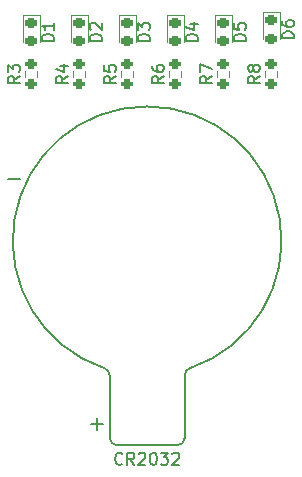
<source format=gto>
G04 #@! TF.GenerationSoftware,KiCad,Pcbnew,7.0.2*
G04 #@! TF.CreationDate,2024-10-17T18:39:25+08:00*
G04 #@! TF.ProjectId,blinker,626c696e-6b65-4722-9e6b-696361645f70,rev?*
G04 #@! TF.SameCoordinates,Original*
G04 #@! TF.FileFunction,Legend,Top*
G04 #@! TF.FilePolarity,Positive*
%FSLAX46Y46*%
G04 Gerber Fmt 4.6, Leading zero omitted, Abs format (unit mm)*
G04 Created by KiCad (PCBNEW 7.0.2) date 2024-10-17 18:39:25*
%MOMM*%
%LPD*%
G01*
G04 APERTURE LIST*
G04 Aperture macros list*
%AMRoundRect*
0 Rectangle with rounded corners*
0 $1 Rounding radius*
0 $2 $3 $4 $5 $6 $7 $8 $9 X,Y pos of 4 corners*
0 Add a 4 corners polygon primitive as box body*
4,1,4,$2,$3,$4,$5,$6,$7,$8,$9,$2,$3,0*
0 Add four circle primitives for the rounded corners*
1,1,$1+$1,$2,$3*
1,1,$1+$1,$4,$5*
1,1,$1+$1,$6,$7*
1,1,$1+$1,$8,$9*
0 Add four rect primitives between the rounded corners*
20,1,$1+$1,$2,$3,$4,$5,0*
20,1,$1+$1,$4,$5,$6,$7,0*
20,1,$1+$1,$6,$7,$8,$9,0*
20,1,$1+$1,$8,$9,$2,$3,0*%
G04 Aperture macros list end*
%ADD10C,0.150000*%
%ADD11C,0.120000*%
%ADD12C,0.127000*%
%ADD13RoundRect,0.218750X-0.256250X0.218750X-0.256250X-0.218750X0.256250X-0.218750X0.256250X0.218750X0*%
%ADD14C,2.484000*%
%ADD15RoundRect,0.200000X0.275000X-0.200000X0.275000X0.200000X-0.275000X0.200000X-0.275000X-0.200000X0*%
G04 APERTURE END LIST*
D10*
X66408619Y-21845594D02*
X65408619Y-21845594D01*
X65408619Y-21845594D02*
X65408619Y-21607499D01*
X65408619Y-21607499D02*
X65456238Y-21464642D01*
X65456238Y-21464642D02*
X65551476Y-21369404D01*
X65551476Y-21369404D02*
X65646714Y-21321785D01*
X65646714Y-21321785D02*
X65837190Y-21274166D01*
X65837190Y-21274166D02*
X65980047Y-21274166D01*
X65980047Y-21274166D02*
X66170523Y-21321785D01*
X66170523Y-21321785D02*
X66265761Y-21369404D01*
X66265761Y-21369404D02*
X66361000Y-21464642D01*
X66361000Y-21464642D02*
X66408619Y-21607499D01*
X66408619Y-21607499D02*
X66408619Y-21845594D01*
X65408619Y-20417023D02*
X65408619Y-20607499D01*
X65408619Y-20607499D02*
X65456238Y-20702737D01*
X65456238Y-20702737D02*
X65503857Y-20750356D01*
X65503857Y-20750356D02*
X65646714Y-20845594D01*
X65646714Y-20845594D02*
X65837190Y-20893213D01*
X65837190Y-20893213D02*
X66218142Y-20893213D01*
X66218142Y-20893213D02*
X66313380Y-20845594D01*
X66313380Y-20845594D02*
X66361000Y-20797975D01*
X66361000Y-20797975D02*
X66408619Y-20702737D01*
X66408619Y-20702737D02*
X66408619Y-20512261D01*
X66408619Y-20512261D02*
X66361000Y-20417023D01*
X66361000Y-20417023D02*
X66313380Y-20369404D01*
X66313380Y-20369404D02*
X66218142Y-20321785D01*
X66218142Y-20321785D02*
X65980047Y-20321785D01*
X65980047Y-20321785D02*
X65884809Y-20369404D01*
X65884809Y-20369404D02*
X65837190Y-20417023D01*
X65837190Y-20417023D02*
X65789571Y-20512261D01*
X65789571Y-20512261D02*
X65789571Y-20702737D01*
X65789571Y-20702737D02*
X65837190Y-20797975D01*
X65837190Y-20797975D02*
X65884809Y-20845594D01*
X65884809Y-20845594D02*
X65980047Y-20893213D01*
X62344619Y-22074094D02*
X61344619Y-22074094D01*
X61344619Y-22074094D02*
X61344619Y-21835999D01*
X61344619Y-21835999D02*
X61392238Y-21693142D01*
X61392238Y-21693142D02*
X61487476Y-21597904D01*
X61487476Y-21597904D02*
X61582714Y-21550285D01*
X61582714Y-21550285D02*
X61773190Y-21502666D01*
X61773190Y-21502666D02*
X61916047Y-21502666D01*
X61916047Y-21502666D02*
X62106523Y-21550285D01*
X62106523Y-21550285D02*
X62201761Y-21597904D01*
X62201761Y-21597904D02*
X62297000Y-21693142D01*
X62297000Y-21693142D02*
X62344619Y-21835999D01*
X62344619Y-21835999D02*
X62344619Y-22074094D01*
X61344619Y-20597904D02*
X61344619Y-21074094D01*
X61344619Y-21074094D02*
X61820809Y-21121713D01*
X61820809Y-21121713D02*
X61773190Y-21074094D01*
X61773190Y-21074094D02*
X61725571Y-20978856D01*
X61725571Y-20978856D02*
X61725571Y-20740761D01*
X61725571Y-20740761D02*
X61773190Y-20645523D01*
X61773190Y-20645523D02*
X61820809Y-20597904D01*
X61820809Y-20597904D02*
X61916047Y-20550285D01*
X61916047Y-20550285D02*
X62154142Y-20550285D01*
X62154142Y-20550285D02*
X62249380Y-20597904D01*
X62249380Y-20597904D02*
X62297000Y-20645523D01*
X62297000Y-20645523D02*
X62344619Y-20740761D01*
X62344619Y-20740761D02*
X62344619Y-20978856D01*
X62344619Y-20978856D02*
X62297000Y-21074094D01*
X62297000Y-21074094D02*
X62249380Y-21121713D01*
X58280619Y-22074094D02*
X57280619Y-22074094D01*
X57280619Y-22074094D02*
X57280619Y-21835999D01*
X57280619Y-21835999D02*
X57328238Y-21693142D01*
X57328238Y-21693142D02*
X57423476Y-21597904D01*
X57423476Y-21597904D02*
X57518714Y-21550285D01*
X57518714Y-21550285D02*
X57709190Y-21502666D01*
X57709190Y-21502666D02*
X57852047Y-21502666D01*
X57852047Y-21502666D02*
X58042523Y-21550285D01*
X58042523Y-21550285D02*
X58137761Y-21597904D01*
X58137761Y-21597904D02*
X58233000Y-21693142D01*
X58233000Y-21693142D02*
X58280619Y-21835999D01*
X58280619Y-21835999D02*
X58280619Y-22074094D01*
X57613952Y-20645523D02*
X58280619Y-20645523D01*
X57233000Y-20883618D02*
X57947285Y-21121713D01*
X57947285Y-21121713D02*
X57947285Y-20502666D01*
X54216619Y-22074094D02*
X53216619Y-22074094D01*
X53216619Y-22074094D02*
X53216619Y-21835999D01*
X53216619Y-21835999D02*
X53264238Y-21693142D01*
X53264238Y-21693142D02*
X53359476Y-21597904D01*
X53359476Y-21597904D02*
X53454714Y-21550285D01*
X53454714Y-21550285D02*
X53645190Y-21502666D01*
X53645190Y-21502666D02*
X53788047Y-21502666D01*
X53788047Y-21502666D02*
X53978523Y-21550285D01*
X53978523Y-21550285D02*
X54073761Y-21597904D01*
X54073761Y-21597904D02*
X54169000Y-21693142D01*
X54169000Y-21693142D02*
X54216619Y-21835999D01*
X54216619Y-21835999D02*
X54216619Y-22074094D01*
X53216619Y-21169332D02*
X53216619Y-20550285D01*
X53216619Y-20550285D02*
X53597571Y-20883618D01*
X53597571Y-20883618D02*
X53597571Y-20740761D01*
X53597571Y-20740761D02*
X53645190Y-20645523D01*
X53645190Y-20645523D02*
X53692809Y-20597904D01*
X53692809Y-20597904D02*
X53788047Y-20550285D01*
X53788047Y-20550285D02*
X54026142Y-20550285D01*
X54026142Y-20550285D02*
X54121380Y-20597904D01*
X54121380Y-20597904D02*
X54169000Y-20645523D01*
X54169000Y-20645523D02*
X54216619Y-20740761D01*
X54216619Y-20740761D02*
X54216619Y-21026475D01*
X54216619Y-21026475D02*
X54169000Y-21121713D01*
X54169000Y-21121713D02*
X54121380Y-21169332D01*
X50152619Y-22074094D02*
X49152619Y-22074094D01*
X49152619Y-22074094D02*
X49152619Y-21835999D01*
X49152619Y-21835999D02*
X49200238Y-21693142D01*
X49200238Y-21693142D02*
X49295476Y-21597904D01*
X49295476Y-21597904D02*
X49390714Y-21550285D01*
X49390714Y-21550285D02*
X49581190Y-21502666D01*
X49581190Y-21502666D02*
X49724047Y-21502666D01*
X49724047Y-21502666D02*
X49914523Y-21550285D01*
X49914523Y-21550285D02*
X50009761Y-21597904D01*
X50009761Y-21597904D02*
X50105000Y-21693142D01*
X50105000Y-21693142D02*
X50152619Y-21835999D01*
X50152619Y-21835999D02*
X50152619Y-22074094D01*
X49247857Y-21121713D02*
X49200238Y-21074094D01*
X49200238Y-21074094D02*
X49152619Y-20978856D01*
X49152619Y-20978856D02*
X49152619Y-20740761D01*
X49152619Y-20740761D02*
X49200238Y-20645523D01*
X49200238Y-20645523D02*
X49247857Y-20597904D01*
X49247857Y-20597904D02*
X49343095Y-20550285D01*
X49343095Y-20550285D02*
X49438333Y-20550285D01*
X49438333Y-20550285D02*
X49581190Y-20597904D01*
X49581190Y-20597904D02*
X50152619Y-21169332D01*
X50152619Y-21169332D02*
X50152619Y-20550285D01*
X51904761Y-57867380D02*
X51857142Y-57915000D01*
X51857142Y-57915000D02*
X51714285Y-57962619D01*
X51714285Y-57962619D02*
X51619047Y-57962619D01*
X51619047Y-57962619D02*
X51476190Y-57915000D01*
X51476190Y-57915000D02*
X51380952Y-57819761D01*
X51380952Y-57819761D02*
X51333333Y-57724523D01*
X51333333Y-57724523D02*
X51285714Y-57534047D01*
X51285714Y-57534047D02*
X51285714Y-57391190D01*
X51285714Y-57391190D02*
X51333333Y-57200714D01*
X51333333Y-57200714D02*
X51380952Y-57105476D01*
X51380952Y-57105476D02*
X51476190Y-57010238D01*
X51476190Y-57010238D02*
X51619047Y-56962619D01*
X51619047Y-56962619D02*
X51714285Y-56962619D01*
X51714285Y-56962619D02*
X51857142Y-57010238D01*
X51857142Y-57010238D02*
X51904761Y-57057857D01*
X52904761Y-57962619D02*
X52571428Y-57486428D01*
X52333333Y-57962619D02*
X52333333Y-56962619D01*
X52333333Y-56962619D02*
X52714285Y-56962619D01*
X52714285Y-56962619D02*
X52809523Y-57010238D01*
X52809523Y-57010238D02*
X52857142Y-57057857D01*
X52857142Y-57057857D02*
X52904761Y-57153095D01*
X52904761Y-57153095D02*
X52904761Y-57295952D01*
X52904761Y-57295952D02*
X52857142Y-57391190D01*
X52857142Y-57391190D02*
X52809523Y-57438809D01*
X52809523Y-57438809D02*
X52714285Y-57486428D01*
X52714285Y-57486428D02*
X52333333Y-57486428D01*
X53285714Y-57057857D02*
X53333333Y-57010238D01*
X53333333Y-57010238D02*
X53428571Y-56962619D01*
X53428571Y-56962619D02*
X53666666Y-56962619D01*
X53666666Y-56962619D02*
X53761904Y-57010238D01*
X53761904Y-57010238D02*
X53809523Y-57057857D01*
X53809523Y-57057857D02*
X53857142Y-57153095D01*
X53857142Y-57153095D02*
X53857142Y-57248333D01*
X53857142Y-57248333D02*
X53809523Y-57391190D01*
X53809523Y-57391190D02*
X53238095Y-57962619D01*
X53238095Y-57962619D02*
X53857142Y-57962619D01*
X54476190Y-56962619D02*
X54571428Y-56962619D01*
X54571428Y-56962619D02*
X54666666Y-57010238D01*
X54666666Y-57010238D02*
X54714285Y-57057857D01*
X54714285Y-57057857D02*
X54761904Y-57153095D01*
X54761904Y-57153095D02*
X54809523Y-57343571D01*
X54809523Y-57343571D02*
X54809523Y-57581666D01*
X54809523Y-57581666D02*
X54761904Y-57772142D01*
X54761904Y-57772142D02*
X54714285Y-57867380D01*
X54714285Y-57867380D02*
X54666666Y-57915000D01*
X54666666Y-57915000D02*
X54571428Y-57962619D01*
X54571428Y-57962619D02*
X54476190Y-57962619D01*
X54476190Y-57962619D02*
X54380952Y-57915000D01*
X54380952Y-57915000D02*
X54333333Y-57867380D01*
X54333333Y-57867380D02*
X54285714Y-57772142D01*
X54285714Y-57772142D02*
X54238095Y-57581666D01*
X54238095Y-57581666D02*
X54238095Y-57343571D01*
X54238095Y-57343571D02*
X54285714Y-57153095D01*
X54285714Y-57153095D02*
X54333333Y-57057857D01*
X54333333Y-57057857D02*
X54380952Y-57010238D01*
X54380952Y-57010238D02*
X54476190Y-56962619D01*
X55142857Y-56962619D02*
X55761904Y-56962619D01*
X55761904Y-56962619D02*
X55428571Y-57343571D01*
X55428571Y-57343571D02*
X55571428Y-57343571D01*
X55571428Y-57343571D02*
X55666666Y-57391190D01*
X55666666Y-57391190D02*
X55714285Y-57438809D01*
X55714285Y-57438809D02*
X55761904Y-57534047D01*
X55761904Y-57534047D02*
X55761904Y-57772142D01*
X55761904Y-57772142D02*
X55714285Y-57867380D01*
X55714285Y-57867380D02*
X55666666Y-57915000D01*
X55666666Y-57915000D02*
X55571428Y-57962619D01*
X55571428Y-57962619D02*
X55285714Y-57962619D01*
X55285714Y-57962619D02*
X55190476Y-57915000D01*
X55190476Y-57915000D02*
X55142857Y-57867380D01*
X56142857Y-57057857D02*
X56190476Y-57010238D01*
X56190476Y-57010238D02*
X56285714Y-56962619D01*
X56285714Y-56962619D02*
X56523809Y-56962619D01*
X56523809Y-56962619D02*
X56619047Y-57010238D01*
X56619047Y-57010238D02*
X56666666Y-57057857D01*
X56666666Y-57057857D02*
X56714285Y-57153095D01*
X56714285Y-57153095D02*
X56714285Y-57248333D01*
X56714285Y-57248333D02*
X56666666Y-57391190D01*
X56666666Y-57391190D02*
X56095238Y-57962619D01*
X56095238Y-57962619D02*
X56714285Y-57962619D01*
X63548619Y-25058666D02*
X63072428Y-25391999D01*
X63548619Y-25630094D02*
X62548619Y-25630094D01*
X62548619Y-25630094D02*
X62548619Y-25249142D01*
X62548619Y-25249142D02*
X62596238Y-25153904D01*
X62596238Y-25153904D02*
X62643857Y-25106285D01*
X62643857Y-25106285D02*
X62739095Y-25058666D01*
X62739095Y-25058666D02*
X62881952Y-25058666D01*
X62881952Y-25058666D02*
X62977190Y-25106285D01*
X62977190Y-25106285D02*
X63024809Y-25153904D01*
X63024809Y-25153904D02*
X63072428Y-25249142D01*
X63072428Y-25249142D02*
X63072428Y-25630094D01*
X62977190Y-24487237D02*
X62929571Y-24582475D01*
X62929571Y-24582475D02*
X62881952Y-24630094D01*
X62881952Y-24630094D02*
X62786714Y-24677713D01*
X62786714Y-24677713D02*
X62739095Y-24677713D01*
X62739095Y-24677713D02*
X62643857Y-24630094D01*
X62643857Y-24630094D02*
X62596238Y-24582475D01*
X62596238Y-24582475D02*
X62548619Y-24487237D01*
X62548619Y-24487237D02*
X62548619Y-24296761D01*
X62548619Y-24296761D02*
X62596238Y-24201523D01*
X62596238Y-24201523D02*
X62643857Y-24153904D01*
X62643857Y-24153904D02*
X62739095Y-24106285D01*
X62739095Y-24106285D02*
X62786714Y-24106285D01*
X62786714Y-24106285D02*
X62881952Y-24153904D01*
X62881952Y-24153904D02*
X62929571Y-24201523D01*
X62929571Y-24201523D02*
X62977190Y-24296761D01*
X62977190Y-24296761D02*
X62977190Y-24487237D01*
X62977190Y-24487237D02*
X63024809Y-24582475D01*
X63024809Y-24582475D02*
X63072428Y-24630094D01*
X63072428Y-24630094D02*
X63167666Y-24677713D01*
X63167666Y-24677713D02*
X63358142Y-24677713D01*
X63358142Y-24677713D02*
X63453380Y-24630094D01*
X63453380Y-24630094D02*
X63501000Y-24582475D01*
X63501000Y-24582475D02*
X63548619Y-24487237D01*
X63548619Y-24487237D02*
X63548619Y-24296761D01*
X63548619Y-24296761D02*
X63501000Y-24201523D01*
X63501000Y-24201523D02*
X63453380Y-24153904D01*
X63453380Y-24153904D02*
X63358142Y-24106285D01*
X63358142Y-24106285D02*
X63167666Y-24106285D01*
X63167666Y-24106285D02*
X63072428Y-24153904D01*
X63072428Y-24153904D02*
X63024809Y-24201523D01*
X63024809Y-24201523D02*
X62977190Y-24296761D01*
X59484619Y-25058666D02*
X59008428Y-25391999D01*
X59484619Y-25630094D02*
X58484619Y-25630094D01*
X58484619Y-25630094D02*
X58484619Y-25249142D01*
X58484619Y-25249142D02*
X58532238Y-25153904D01*
X58532238Y-25153904D02*
X58579857Y-25106285D01*
X58579857Y-25106285D02*
X58675095Y-25058666D01*
X58675095Y-25058666D02*
X58817952Y-25058666D01*
X58817952Y-25058666D02*
X58913190Y-25106285D01*
X58913190Y-25106285D02*
X58960809Y-25153904D01*
X58960809Y-25153904D02*
X59008428Y-25249142D01*
X59008428Y-25249142D02*
X59008428Y-25630094D01*
X58484619Y-24725332D02*
X58484619Y-24058666D01*
X58484619Y-24058666D02*
X59484619Y-24487237D01*
X55420619Y-25058666D02*
X54944428Y-25391999D01*
X55420619Y-25630094D02*
X54420619Y-25630094D01*
X54420619Y-25630094D02*
X54420619Y-25249142D01*
X54420619Y-25249142D02*
X54468238Y-25153904D01*
X54468238Y-25153904D02*
X54515857Y-25106285D01*
X54515857Y-25106285D02*
X54611095Y-25058666D01*
X54611095Y-25058666D02*
X54753952Y-25058666D01*
X54753952Y-25058666D02*
X54849190Y-25106285D01*
X54849190Y-25106285D02*
X54896809Y-25153904D01*
X54896809Y-25153904D02*
X54944428Y-25249142D01*
X54944428Y-25249142D02*
X54944428Y-25630094D01*
X54420619Y-24201523D02*
X54420619Y-24391999D01*
X54420619Y-24391999D02*
X54468238Y-24487237D01*
X54468238Y-24487237D02*
X54515857Y-24534856D01*
X54515857Y-24534856D02*
X54658714Y-24630094D01*
X54658714Y-24630094D02*
X54849190Y-24677713D01*
X54849190Y-24677713D02*
X55230142Y-24677713D01*
X55230142Y-24677713D02*
X55325380Y-24630094D01*
X55325380Y-24630094D02*
X55373000Y-24582475D01*
X55373000Y-24582475D02*
X55420619Y-24487237D01*
X55420619Y-24487237D02*
X55420619Y-24296761D01*
X55420619Y-24296761D02*
X55373000Y-24201523D01*
X55373000Y-24201523D02*
X55325380Y-24153904D01*
X55325380Y-24153904D02*
X55230142Y-24106285D01*
X55230142Y-24106285D02*
X54992047Y-24106285D01*
X54992047Y-24106285D02*
X54896809Y-24153904D01*
X54896809Y-24153904D02*
X54849190Y-24201523D01*
X54849190Y-24201523D02*
X54801571Y-24296761D01*
X54801571Y-24296761D02*
X54801571Y-24487237D01*
X54801571Y-24487237D02*
X54849190Y-24582475D01*
X54849190Y-24582475D02*
X54896809Y-24630094D01*
X54896809Y-24630094D02*
X54992047Y-24677713D01*
X51356619Y-25058666D02*
X50880428Y-25391999D01*
X51356619Y-25630094D02*
X50356619Y-25630094D01*
X50356619Y-25630094D02*
X50356619Y-25249142D01*
X50356619Y-25249142D02*
X50404238Y-25153904D01*
X50404238Y-25153904D02*
X50451857Y-25106285D01*
X50451857Y-25106285D02*
X50547095Y-25058666D01*
X50547095Y-25058666D02*
X50689952Y-25058666D01*
X50689952Y-25058666D02*
X50785190Y-25106285D01*
X50785190Y-25106285D02*
X50832809Y-25153904D01*
X50832809Y-25153904D02*
X50880428Y-25249142D01*
X50880428Y-25249142D02*
X50880428Y-25630094D01*
X50356619Y-24153904D02*
X50356619Y-24630094D01*
X50356619Y-24630094D02*
X50832809Y-24677713D01*
X50832809Y-24677713D02*
X50785190Y-24630094D01*
X50785190Y-24630094D02*
X50737571Y-24534856D01*
X50737571Y-24534856D02*
X50737571Y-24296761D01*
X50737571Y-24296761D02*
X50785190Y-24201523D01*
X50785190Y-24201523D02*
X50832809Y-24153904D01*
X50832809Y-24153904D02*
X50928047Y-24106285D01*
X50928047Y-24106285D02*
X51166142Y-24106285D01*
X51166142Y-24106285D02*
X51261380Y-24153904D01*
X51261380Y-24153904D02*
X51309000Y-24201523D01*
X51309000Y-24201523D02*
X51356619Y-24296761D01*
X51356619Y-24296761D02*
X51356619Y-24534856D01*
X51356619Y-24534856D02*
X51309000Y-24630094D01*
X51309000Y-24630094D02*
X51261380Y-24677713D01*
X47292619Y-25058666D02*
X46816428Y-25391999D01*
X47292619Y-25630094D02*
X46292619Y-25630094D01*
X46292619Y-25630094D02*
X46292619Y-25249142D01*
X46292619Y-25249142D02*
X46340238Y-25153904D01*
X46340238Y-25153904D02*
X46387857Y-25106285D01*
X46387857Y-25106285D02*
X46483095Y-25058666D01*
X46483095Y-25058666D02*
X46625952Y-25058666D01*
X46625952Y-25058666D02*
X46721190Y-25106285D01*
X46721190Y-25106285D02*
X46768809Y-25153904D01*
X46768809Y-25153904D02*
X46816428Y-25249142D01*
X46816428Y-25249142D02*
X46816428Y-25630094D01*
X46625952Y-24201523D02*
X47292619Y-24201523D01*
X46245000Y-24439618D02*
X46959285Y-24677713D01*
X46959285Y-24677713D02*
X46959285Y-24058666D01*
X43228619Y-25058666D02*
X42752428Y-25391999D01*
X43228619Y-25630094D02*
X42228619Y-25630094D01*
X42228619Y-25630094D02*
X42228619Y-25249142D01*
X42228619Y-25249142D02*
X42276238Y-25153904D01*
X42276238Y-25153904D02*
X42323857Y-25106285D01*
X42323857Y-25106285D02*
X42419095Y-25058666D01*
X42419095Y-25058666D02*
X42561952Y-25058666D01*
X42561952Y-25058666D02*
X42657190Y-25106285D01*
X42657190Y-25106285D02*
X42704809Y-25153904D01*
X42704809Y-25153904D02*
X42752428Y-25249142D01*
X42752428Y-25249142D02*
X42752428Y-25630094D01*
X42228619Y-24725332D02*
X42228619Y-24106285D01*
X42228619Y-24106285D02*
X42609571Y-24439618D01*
X42609571Y-24439618D02*
X42609571Y-24296761D01*
X42609571Y-24296761D02*
X42657190Y-24201523D01*
X42657190Y-24201523D02*
X42704809Y-24153904D01*
X42704809Y-24153904D02*
X42800047Y-24106285D01*
X42800047Y-24106285D02*
X43038142Y-24106285D01*
X43038142Y-24106285D02*
X43133380Y-24153904D01*
X43133380Y-24153904D02*
X43181000Y-24201523D01*
X43181000Y-24201523D02*
X43228619Y-24296761D01*
X43228619Y-24296761D02*
X43228619Y-24582475D01*
X43228619Y-24582475D02*
X43181000Y-24677713D01*
X43181000Y-24677713D02*
X43133380Y-24725332D01*
X46088619Y-22074094D02*
X45088619Y-22074094D01*
X45088619Y-22074094D02*
X45088619Y-21835999D01*
X45088619Y-21835999D02*
X45136238Y-21693142D01*
X45136238Y-21693142D02*
X45231476Y-21597904D01*
X45231476Y-21597904D02*
X45326714Y-21550285D01*
X45326714Y-21550285D02*
X45517190Y-21502666D01*
X45517190Y-21502666D02*
X45660047Y-21502666D01*
X45660047Y-21502666D02*
X45850523Y-21550285D01*
X45850523Y-21550285D02*
X45945761Y-21597904D01*
X45945761Y-21597904D02*
X46041000Y-21693142D01*
X46041000Y-21693142D02*
X46088619Y-21835999D01*
X46088619Y-21835999D02*
X46088619Y-22074094D01*
X46088619Y-20550285D02*
X46088619Y-21121713D01*
X46088619Y-20835999D02*
X45088619Y-20835999D01*
X45088619Y-20835999D02*
X45231476Y-20931237D01*
X45231476Y-20931237D02*
X45326714Y-21026475D01*
X45326714Y-21026475D02*
X45374333Y-21121713D01*
D11*
X63781000Y-19622500D02*
X63781000Y-21907500D01*
X65251000Y-19622500D02*
X63781000Y-19622500D01*
X65251000Y-21907500D02*
X65251000Y-19622500D01*
X59717000Y-19851000D02*
X59717000Y-22136000D01*
X61187000Y-19851000D02*
X59717000Y-19851000D01*
X61187000Y-22136000D02*
X61187000Y-19851000D01*
X55653000Y-19851000D02*
X55653000Y-22136000D01*
X57123000Y-19851000D02*
X55653000Y-19851000D01*
X57123000Y-22136000D02*
X57123000Y-19851000D01*
X51589000Y-19851000D02*
X51589000Y-22136000D01*
X53059000Y-19851000D02*
X51589000Y-19851000D01*
X53059000Y-22136000D02*
X53059000Y-19851000D01*
X47525000Y-19851000D02*
X47525000Y-22136000D01*
X48995000Y-19851000D02*
X47525000Y-19851000D01*
X48995000Y-22136000D02*
X48995000Y-19851000D01*
D12*
X57608630Y-49791900D02*
G75*
G03*
X57174999Y-50394100I201362J-602220D01*
G01*
X57175000Y-55687800D02*
X57175000Y-50394100D01*
X56540000Y-56322800D02*
G75*
G03*
X57175000Y-55687800I0J635000D01*
G01*
X51460000Y-56322800D02*
X56540000Y-56322800D01*
X50825000Y-55687800D02*
G75*
G03*
X51460000Y-56322800I635000J0D01*
G01*
X50825000Y-50394100D02*
X50825000Y-55687800D01*
X50824999Y-50394100D02*
G75*
G03*
X50391370Y-49791902I-634991J-20D01*
G01*
X57608630Y-49791900D02*
G75*
G03*
X50391370Y-49791900I-3608630J10791317D01*
G01*
X57608630Y-49791900D02*
G75*
G03*
X57174999Y-50394100I201362J-602220D01*
G01*
X56540000Y-56322800D02*
G75*
G03*
X57175000Y-55687800I0J635000D01*
G01*
X50825000Y-55687800D02*
G75*
G03*
X51460000Y-56322800I635000J0D01*
G01*
X50824999Y-50394100D02*
G75*
G03*
X50391370Y-49791902I-634991J-20D01*
G01*
X57608630Y-49791900D02*
G75*
G03*
X50391370Y-49791900I-3608630J10791317D01*
G01*
X42250000Y-33750000D02*
X43250000Y-33750000D01*
X49750000Y-54000000D02*
X49750000Y-55000000D01*
X50250000Y-54500000D02*
X49250000Y-54500000D01*
D11*
X63993500Y-25129258D02*
X63993500Y-24654742D01*
X65038500Y-25129258D02*
X65038500Y-24654742D01*
X60974500Y-25129258D02*
X60974500Y-24654742D01*
X59929500Y-25129258D02*
X59929500Y-24654742D01*
X55865500Y-25129258D02*
X55865500Y-24654742D01*
X56910500Y-25129258D02*
X56910500Y-24654742D01*
X52846500Y-25129258D02*
X52846500Y-24654742D01*
X51801500Y-25129258D02*
X51801500Y-24654742D01*
X48782500Y-25129258D02*
X48782500Y-24654742D01*
X47737500Y-25129258D02*
X47737500Y-24654742D01*
X43673500Y-25129258D02*
X43673500Y-24654742D01*
X44718500Y-25129258D02*
X44718500Y-24654742D01*
X43461000Y-19851000D02*
X43461000Y-22136000D01*
X44931000Y-19851000D02*
X43461000Y-19851000D01*
X44931000Y-22136000D02*
X44931000Y-19851000D01*
%LPC*%
D13*
X64516000Y-20320000D03*
X64516000Y-21895000D03*
X60452000Y-20548500D03*
X60452000Y-22123500D03*
X56388000Y-20548500D03*
X56388000Y-22123500D03*
X52324000Y-20548500D03*
X52324000Y-22123500D03*
X48260000Y-20548500D03*
X48260000Y-22123500D03*
D14*
X54000000Y-34052800D03*
X54000000Y-54542800D03*
D15*
X64516000Y-24067000D03*
X64516000Y-25717000D03*
X60452000Y-25717000D03*
X60452000Y-24067000D03*
X56388000Y-24067000D03*
X56388000Y-25717000D03*
X52324000Y-25717000D03*
X52324000Y-24067000D03*
X48260000Y-25717000D03*
X48260000Y-24067000D03*
X44196000Y-24067000D03*
X44196000Y-25717000D03*
D13*
X44196000Y-20548500D03*
X44196000Y-22123500D03*
%LPD*%
M02*

</source>
